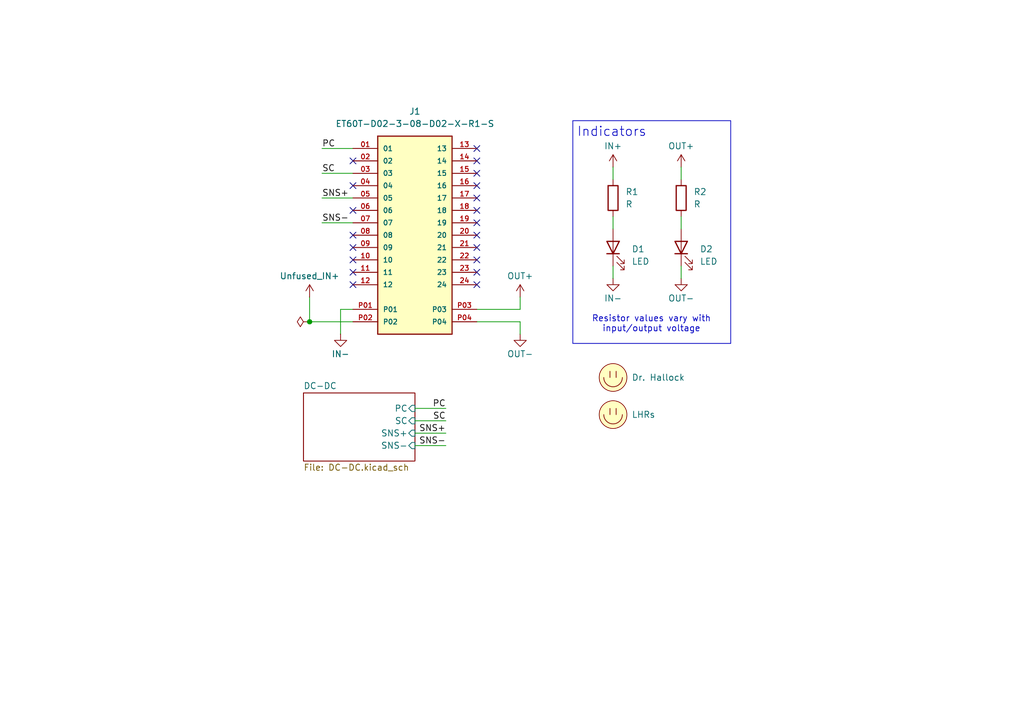
<source format=kicad_sch>
(kicad_sch (version 20250114) (generator "eeschema") (generator_version "9.0")
  (paper "A5")
  (title_block (title "Maxi DC-DC Carrier Board") (date "2025-09-21") (rev "A") (company "LHRs"))
  (lib_symbols
    (symbol "Device:LED" (pin_numbers (hide yes)) (pin_names (offset 1.016) (hide yes))
      (property "Reference" "D" (at 0 2.54 0))
      (property "Value" "LED" (at 0 -2.54 0))
      (symbol "LED_0_1"
        (polyline (pts (xy -3.048 -0.762) (xy -4.572 -2.286) (xy -3.81 -2.286) (xy -4.572 -2.286) (xy -4.572 -1.524)))
        (polyline (pts (xy -1.778 -0.762) (xy -3.302 -2.286) (xy -2.54 -2.286) (xy -3.302 -2.286) (xy -3.302 -1.524)))
        (polyline (pts (xy -1.27 0) (xy 1.27 0)))
        (polyline (pts (xy -1.27 -1.27) (xy -1.27 1.27)) (stroke (width 0.254)))
        (polyline (pts (xy 1.27 -1.27) (xy 1.27 1.27) (xy -1.27 0) (xy 1.27 -1.27)) (stroke (width 0.254)))
      )
      (symbol "LED_1_1"
        (pin passive line (at -3.81 0 0) (length 2.54) (name "K") (number "1"))
        (pin passive line (at 3.81 0 180) (length 2.54) (name "A") (number "2"))
      )
    )
    (symbol "Device:R" (pin_numbers (hide yes)) (pin_names (offset 0))
      (property "Reference" "R" (at 2.032 0 90))
      (property "Value" "R" (at 0 0 90))
      (symbol "R_0_1"
        (rectangle (start -1.016 -2.54) (end 1.016 2.54) (stroke (width 0.254)))
      )
      (symbol "R_1_1"
        (pin passive line (at 0 3.81 270) (length 1.27) (name "~") (number "1"))
        (pin passive line (at 0 -3.81 90) (length 1.27) (name "~") (number "2"))
      )
    )
    (symbol "power:GND" (power) (pin_numbers (hide yes)) (pin_names (offset 0) (hide yes))
      (property "Value" "GND" (at 0 -3.81 0))
      (symbol "GND_0_1"
        (polyline (pts (xy 0 0) (xy 0 -1.27) (xy 1.27 -1.27) (xy 0 -2.54) (xy -1.27 -1.27) (xy 0 -1.27)))
      )
      (symbol "GND_1_1"
        (pin power_in line (at 0 0 270) (length 0) (name "~") (number "1"))
      )
    )
    (symbol "power:PWR_FLAG" (power) (pin_numbers (hide yes)) (pin_names (offset 0) (hide yes))
      (property "Value" "PWR_FLAG" (at 0 3.81 0))
      (symbol "PWR_FLAG_0_0"
        (pin power_out line (at 0 0 90) (length 0) (name "~") (number "1"))
      )
      (symbol "PWR_FLAG_0_1"
        (polyline (pts (xy 0 0) (xy 0 1.27) (xy -1.016 1.905) (xy 0 2.54) (xy 1.016 1.905) (xy 0 1.27)))
      )
    )
    (symbol "power:VCC" (power) (pin_numbers (hide yes)) (pin_names (offset 0) (hide yes))
      (property "Value" "VCC" (at 0 3.556 0))
      (symbol "VCC_0_1"
        (polyline (pts (xy -0.762 1.27) (xy 0 2.54)))
        (polyline (pts (xy 0 2.54) (xy 0.762 1.27)))
        (polyline (pts (xy 0 0) (xy 0 2.54)))
      )
      (symbol "VCC_1_1"
        (pin power_in line (at 0 0 90) (length 0) (name "~") (number "1"))
      )
    )
    (symbol "utsvt_connectors:ET60T-D02-3-08-D02-X-R1-S" (pin_names (offset 1.016))
      (property "Reference" "J" (at -7.62 21.59 0))
      (property "Value" "ET60T-D02-3-08-D02-X-R1-S" (at -7.62 -21.59 0))
      (symbol "ET60T-D02-3-08-D02-X-R1-S_0_0"
        (rectangle (start -7.62 20.32) (end 7.62 -20.32) (stroke (width 0.254)) (fill (type background)))
        (pin passive line (at -12.7 17.78 0) (length 5.08) (name "01") (number "01"))
        (pin passive line (at -12.7 15.24 0) (length 5.08) (name "02") (number "02"))
        (pin passive line (at -12.7 12.7 0) (length 5.08) (name "03") (number "03"))
        (pin passive line (at -12.7 10.16 0) (length 5.08) (name "04") (number "04"))
        (pin passive line (at -12.7 7.62 0) (length 5.08) (name "05") (number "05"))
        (pin passive line (at -12.7 5.08 0) (length 5.08) (name "06") (number "06"))
        (pin passive line (at -12.7 2.54 0) (length 5.08) (name "07") (number "07"))
        (pin passive line (at -12.7 0 0) (length 5.08) (name "08") (number "08"))
        (pin passive line (at -12.7 -2.54 0) (length 5.08) (name "09") (number "09"))
        (pin passive line (at -12.7 -5.08 0) (length 5.08) (name "10") (number "10"))
        (pin passive line (at -12.7 -7.62 0) (length 5.08) (name "11") (number "11"))
        (pin passive line (at -12.7 -10.16 0) (length 5.08) (name "12") (number "12"))
        (pin passive line (at 12.7 17.78 180) (length 5.08) (name "13") (number "13"))
        (pin passive line (at 12.7 15.24 180) (length 5.08) (name "14") (number "14"))
        (pin passive line (at 12.7 12.7 180) (length 5.08) (name "15") (number "15"))
        (pin passive line (at 12.7 10.16 180) (length 5.08) (name "16") (number "16"))
        (pin passive line (at 12.7 7.62 180) (length 5.08) (name "17") (number "17"))
        (pin passive line (at 12.7 5.08 180) (length 5.08) (name "18") (number "18"))
        (pin passive line (at 12.7 2.54 180) (length 5.08) (name "19") (number "19"))
        (pin passive line (at 12.7 0 180) (length 5.08) (name "20") (number "20"))
        (pin passive line (at 12.7 -2.54 180) (length 5.08) (name "21") (number "21"))
        (pin passive line (at 12.7 -5.08 180) (length 5.08) (name "22") (number "22"))
        (pin passive line (at 12.7 -7.62 180) (length 5.08) (name "23") (number "23"))
        (pin passive line (at 12.7 -10.16 180) (length 5.08) (name "24") (number "24"))
      )
      (symbol "ET60T-D02-3-08-D02-X-R1-S_1_0"
        (pin power_in line (at -12.7 -15.24 0) (length 5.08) (name "P01") (number "P01"))
        (pin power_in line (at -12.7 -17.78 0) (length 5.08) (name "P02") (number "P02"))
        (pin power_in line (at 12.7 -15.24 180) (length 5.08) (name "P03") (number "P03"))
        (pin power_in line (at 12.7 -17.78 180) (length 5.08) (name "P04") (number "P04"))
      )
    )
    (symbol "utsvt_misc:Logo_Placeholder" (pin_names (offset 1.016))
      (property "Value" "Dr. Hallock" (at 3.556 0 0))
      (symbol "Logo_Placeholder_0_1"
        (polyline (pts (xy -0.635 1.27) (xy -0.635 0)))
        (arc (start 1.905 0) (mid 0 -1.8967) (end -1.905 0))
        (circle (center 0 0) (radius 2.8448) (fill (type background)))
        (polyline (pts (xy 0.635 1.27) (xy 0.635 0)))
      )
    )
  )
  (rectangle (start 117.475 24.765) (end 149.86 70.485))
  (text "Indicators" (at 125.476 27.178 0) (effects (font (size 1.905 1.905))))
  (text "Resistor values vary with\ninput/output voltage" (at 133.604 66.548 0) (effects (font (size 1.27 1.27))))
  (junction (at 63.5 66.04))
  (no_connect (at 72.39 48.26))
  (no_connect (at 97.79 58.42))
  (no_connect (at 97.79 53.34))
  (no_connect (at 72.39 55.88))
  (no_connect (at 97.79 30.48))
  (no_connect (at 97.79 40.64))
  (no_connect (at 72.39 53.34))
  (no_connect (at 97.79 43.18))
  (no_connect (at 97.79 33.02))
  (no_connect (at 97.79 45.72))
  (no_connect (at 72.39 38.1))
  (no_connect (at 97.79 55.88))
  (no_connect (at 97.79 35.56))
  (no_connect (at 72.39 58.42))
  (no_connect (at 72.39 43.18))
  (no_connect (at 97.79 50.8))
  (no_connect (at 97.79 48.26))
  (no_connect (at 72.39 50.8))
  (no_connect (at 72.39 33.02))
  (no_connect (at 97.79 38.1))
  (wire (pts (xy 139.7 54.61) (xy 139.7 57.15)))
  (wire (pts (xy 125.73 44.45) (xy 125.73 46.99)))
  (wire (pts (xy 85.09 86.36) (xy 91.44 86.36)))
  (wire (pts (xy 72.39 66.04) (xy 63.5 66.04)))
  (wire (pts (xy 97.79 63.5) (xy 106.68 63.5)))
  (wire (pts (xy 139.7 44.45) (xy 139.7 46.99)))
  (wire (pts (xy 125.73 34.29) (xy 125.73 36.83)))
  (wire (pts (xy 66.04 30.48) (xy 72.39 30.48)))
  (wire (pts (xy 97.79 66.04) (xy 106.68 66.04)))
  (wire (pts (xy 106.68 66.04) (xy 106.68 68.58)))
  (wire (pts (xy 139.7 34.29) (xy 139.7 36.83)))
  (wire (pts (xy 63.5 60.96) (xy 63.5 66.04)))
  (wire (pts (xy 85.09 83.82) (xy 91.44 83.82)))
  (wire (pts (xy 66.04 35.56) (xy 72.39 35.56)))
  (wire (pts (xy 69.85 68.58) (xy 69.85 63.5)))
  (wire (pts (xy 66.04 40.64) (xy 72.39 40.64)))
  (wire (pts (xy 66.04 45.72) (xy 72.39 45.72)))
  (wire (pts (xy 125.73 54.61) (xy 125.73 57.15)))
  (wire (pts (xy 106.68 63.5) (xy 106.68 60.96)))
  (wire (pts (xy 85.09 88.9) (xy 91.44 88.9)))
  (wire (pts (xy 69.85 63.5) (xy 72.39 63.5)))
  (wire (pts (xy 85.09 91.44) (xy 91.44 91.44)))
  (label "SNS-" (at 91.44 91.44 180))
  (label "SNS+" (at 66.04 40.64 0))
  (label "PC" (at 66.04 30.48 0))
  (label "SNS-" (at 66.04 45.72 0))
  (label "SC" (at 91.44 86.36 180))
  (label "PC" (at 91.44 83.82 180))
  (label "SNS+" (at 91.44 88.9 180))
  (label "SC" (at 66.04 35.56 0))
  (symbol (lib_id "power:PWR_FLAG") (at 63.5 66.04 90) (unit 1)
    (property "Reference" "#FLG01" (effects (hide yes)))
    (property "Value" "PWR_FLAG" (effects (hide yes)))
    (property "Description" "Special symbol for telling ERC where power comes from" (effects (hide yes)))
  )
  (symbol (lib_id "Device:R") (at 139.7 40.64 0) (unit 1)
    (property "Reference" "R2" (at 142.24 39.3699 0) (effects (justify left)))
    (property "Value" "R" (at 142.24 41.9099 0) (effects (justify left)))
    (property "Footprint" "Resistor_SMD:R_1206_3216Metric" (effects (hide yes)))
    (property "Description" "Resistor" (effects (hide yes)))
  )
  (symbol (lib_id "power:GND") (at 139.7 57.15 0) (unit 1)
    (property "Reference" "#PWR08" (effects (hide yes)))
    (property "Value" "OUT-" (at 139.7 61.214 0))
    (property "Description" "Power symbol creates a global label with name \"GND\" , ground" (effects (hide yes)))
  )
  (symbol (lib_id "Device:LED") (at 139.7 50.8 90) (unit 1)
    (property "Reference" "D2" (at 143.51 51.1174 90) (effects (justify right)))
    (property "Value" "LED" (at 143.51 53.6574 90) (effects (justify right)))
    (property "Footprint" "LED_SMD:LED_0603_1608Metric_Pad1.05x0.95mm_HandSolder" (effects (hide yes)))
    (property "Description" "Light emitting diode" (effects (hide yes)))
    (property "Sim.Pins" "1=K 2=A" (effects (hide yes)))
  )
  (symbol (lib_id "utsvt_misc:Logo_Placeholder") (at 125.73 77.47 0) (unit 1)
    (property "Reference" "LOGO1" (effects (hide yes)))
    (property "Value" "Dr. Hallock" (at 129.54 77.4699 0) (effects (justify left)))
    (property "Footprint" "UTSVT_Logos:Hallock_Image" (effects (hide yes)))
    (property "Description" "Graph footprint placeholder" (effects (hide yes)))
  )
  (symbol (lib_id "power:GND") (at 106.68 68.58 0) (unit 1)
    (property "Reference" "#PWR02" (effects (hide yes)))
    (property "Value" "OUT-" (at 106.68 72.644 0))
    (property "Description" "Power symbol creates a global label with name \"GND\" , ground" (effects (hide yes)))
  )
  (symbol (lib_id "power:VCC") (at 63.5 60.96 0) (unit 1)
    (property "Reference" "#PWR03" (effects (hide yes)))
    (property "Value" "Unfused_IN+" (at 63.5 56.642 0))
    (property "Description" "Power symbol creates a global label with name \"VCC\"" (effects (hide yes)))
  )
  (symbol (lib_id "utsvt_misc:Logo_Placeholder") (at 125.73 85.09 0) (unit 1)
    (property "Reference" "LOGO2" (effects (hide yes)))
    (property "Value" "LHRs" (at 129.54 85.0899 0) (effects (justify left)))
    (property "Footprint" "UTSVT_Logos:LHRs_LOGO" (effects (hide yes)))
    (property "Description" "Graph footprint placeholder" (effects (hide yes)))
  )
  (symbol (lib_id "power:GND") (at 69.85 68.58 0) (unit 1)
    (property "Reference" "#PWR01" (effects (hide yes)))
    (property "Value" "IN-" (at 69.85 72.644 0))
    (property "Description" "Power symbol creates a global label with name \"GND\" , ground" (effects (hide yes)))
  )
  (symbol (lib_id "power:VCC") (at 106.68 60.96 0) (unit 1)
    (property "Reference" "#PWR04" (effects (hide yes)))
    (property "Value" "OUT+" (at 106.68 56.642 0))
    (property "Description" "Power symbol creates a global label with name \"VCC\"" (effects (hide yes)))
  )
  (symbol (lib_id "utsvt_connectors:ET60T-D02-3-08-D02-X-R1-S") (at 85.09 48.26 0) (unit 1)
    (property "Reference" "J1" (at 85.09 22.86 0))
    (property "Value" "ET60T-D02-3-08-D02-X-R1-S" (at 85.09 25.4 0))
    (property "Footprint" "UTSVT_Connectors:SAMTEC_ET60T-D02-3-08-D02-X-R1-S" (effects (hide yes)))
    (property "Datasheet" "https://suddendocs.samtec.com/catalog_english/et60t.pdf" (effects (hide yes)))
    (property "MF" "Samtec" (effects (hide yes)))
    (property "MAXIMUM_PACKAGE_HEIGHT" "10.0mm" (effects (hide yes)))
    (property "Package" "None" (effects (hide yes)))
    (property "Price" "None" (effects (hide yes)))
    (property "Check_prices" "https://www.snapeda.com/parts/ET60T-D02-3-08-D02-L-R1-S/Samtec/view-part/?ref=eda" (effects (hide yes)))
    (property "STANDARD" "Manufacturer Recommendations" (effects (hide yes)))
    (property "PARTREV" "J" (effects (hide yes)))
    (property "SnapEDA_Link" "https://www.snapeda.com/parts/ET60T-D02-3-08-D02-L-R1-S/Samtec/view-part/?ref=snap" (effects (hide yes)))
    (property "MP" "ET60T-D02-3-08-D02-L-R1-S" (effects (hide yes)))
    (property "Description_1" "EXTreme Ten60Power 60 Amp Signal/Power Combo" (effects (hide yes)))
    (property "Availability" "In Stock" (effects (hide yes)))
    (property "MANUFACTURER" "Samtec" (effects (hide yes)))
  )
  (symbol (lib_id "Device:LED") (at 125.73 50.8 90) (unit 1)
    (property "Reference" "D1" (at 129.54 51.1174 90) (effects (justify right)))
    (property "Value" "LED" (at 129.54 53.6574 90) (effects (justify right)))
    (property "Footprint" "LED_SMD:LED_0603_1608Metric_Pad1.05x0.95mm_HandSolder" (effects (hide yes)))
    (property "Description" "Light emitting diode" (effects (hide yes)))
    (property "Sim.Pins" "1=K 2=A" (effects (hide yes)))
  )
  (symbol (lib_id "power:VCC") (at 125.73 34.29 0) (unit 1)
    (property "Reference" "#PWR05" (effects (hide yes)))
    (property "Value" "IN+" (at 125.73 29.972 0))
    (property "Description" "Power symbol creates a global label with name \"VCC\"" (effects (hide yes)))
  )
  (symbol (lib_id "power:VCC") (at 139.7 34.29 0) (unit 1)
    (property "Reference" "#PWR07" (effects (hide yes)))
    (property "Value" "OUT+" (at 139.7 29.972 0))
    (property "Description" "Power symbol creates a global label with name \"VCC\"" (effects (hide yes)))
  )
  (symbol (lib_id "Device:R") (at 125.73 40.64 0) (unit 1)
    (property "Reference" "R1" (at 128.27 39.3699 0) (effects (justify left)))
    (property "Value" "R" (at 128.27 41.9099 0) (effects (justify left)))
    (property "Footprint" "Resistor_SMD:R_1206_3216Metric" (effects (hide yes)))
    (property "Description" "Resistor" (effects (hide yes)))
  )
  (symbol (lib_id "power:GND") (at 125.73 57.15 0) (unit 1)
    (property "Reference" "#PWR06" (effects (hide yes)))
    (property "Value" "IN-" (at 125.73 61.214 0))
    (property "Description" "Power symbol creates a global label with name \"GND\" , ground" (effects (hide yes)))
  )
  (sheet (at 62.23 80.645) (size 22.86 13.97) (stroke (width 0.1524))
    (property "Sheetname" "DC-DC" (at 62.23 79.9334 0) (effects (justify left bottom)))
    (property "Sheetfile" "DC-DC.kicad_sch" (at 62.23 95.1996 0) (effects (justify left top)))
    (pin "PC" input (at 85.09 83.82 0))
    (pin "SC" input (at 85.09 86.36 0))
    (pin "SNS+" input (at 85.09 88.9 0))
    (pin "SNS-" input (at 85.09 91.44 0))
  )
)
</source>
